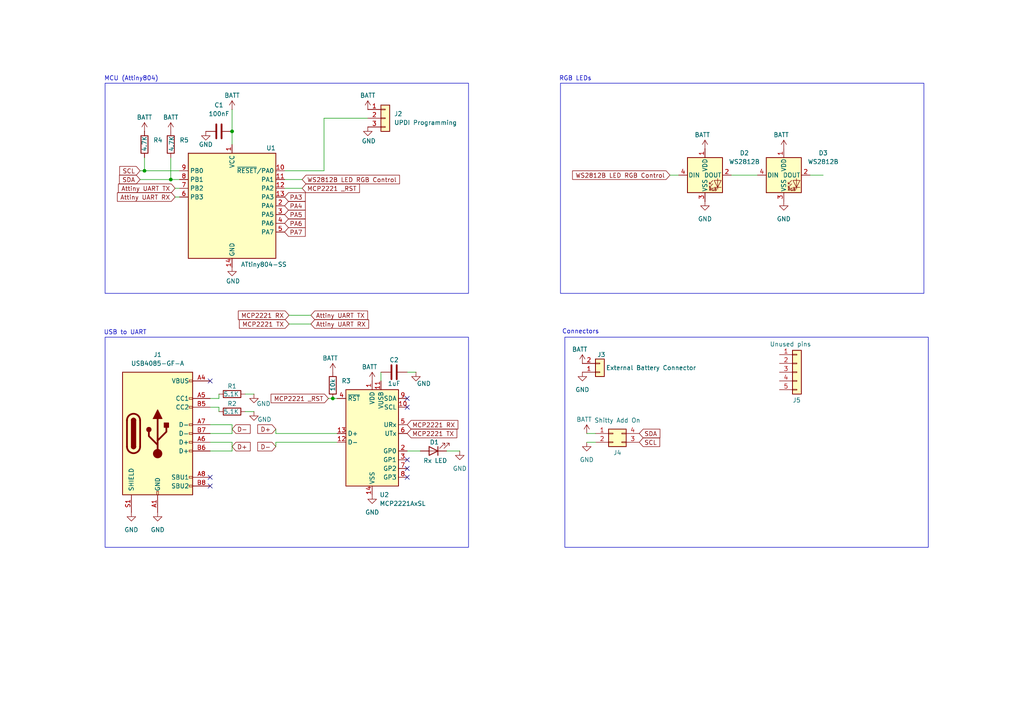
<source format=kicad_sch>
(kicad_sch (version 20250114) (generator "eeschema") (generator_version "9.0")
  (paper "A4")
  (title_block (title "Imponator, Main PCB") (date "2025-10-05") (rev "1") (company "Hackeriet") (comment 1 "Designed by: Sigurd Hellesvik"))
  (lib_symbols
    (symbol "Connector:USB_C_Receptacle_USB2.0_16P" (pin_names (offset 1.016))
      (property "Reference" "J" (at 0 22.225 0))
      (property "Value" "USB_C_Receptacle_USB2.0_16P" (at 0 19.685 0))
      (symbol "USB_C_Receptacle_USB2.0_16P_0_0"
        (rectangle (start -0.254 -17.78) (end 0.254 -16.764))
        (rectangle (start 10.16 15.494) (end 9.144 14.986))
        (rectangle (start 10.16 10.414) (end 9.144 9.906))
        (rectangle (start 10.16 7.874) (end 9.144 7.366))
        (rectangle (start 10.16 2.794) (end 9.144 2.286))
        (rectangle (start 10.16 0.254) (end 9.144 -0.254))
        (rectangle (start 10.16 -2.286) (end 9.144 -2.794))
        (rectangle (start 10.16 -4.826) (end 9.144 -5.334))
        (rectangle (start 10.16 -12.446) (end 9.144 -12.954))
        (rectangle (start 10.16 -14.986) (end 9.144 -15.494))
      )
      (symbol "USB_C_Receptacle_USB2.0_16P_0_1"
        (rectangle (start -10.16 17.78) (end 10.16 -17.78) (stroke (width 0.254)) (fill (type background)))
        (polyline (pts (xy -8.89 -3.81) (xy -8.89 3.81)) (stroke (width 0.508)))
        (rectangle (start -7.62 -3.81) (end -6.35 3.81) (stroke (width 0.254)) (fill (type outline)))
        (arc (start -7.62 3.81) (mid -6.985 4.4423) (end -6.35 3.81) (stroke (width 0.254)))
        (arc (start -7.62 3.81) (mid -6.985 4.4423) (end -6.35 3.81) (stroke (width 0.254)) (fill (type outline)))
        (arc (start -8.89 3.81) (mid -6.985 5.7067) (end -5.08 3.81) (stroke (width 0.508)))
        (arc (start -5.08 -3.81) (mid -6.985 -5.7067) (end -8.89 -3.81) (stroke (width 0.508)))
        (arc (start -6.35 -3.81) (mid -6.985 -4.4423) (end -7.62 -3.81) (stroke (width 0.254)))
        (arc (start -6.35 -3.81) (mid -6.985 -4.4423) (end -7.62 -3.81) (stroke (width 0.254)) (fill (type outline)))
        (polyline (pts (xy -5.08 3.81) (xy -5.08 -3.81)) (stroke (width 0.508)))
        (circle (center -2.54 1.143) (radius 0.635) (stroke (width 0.254)) (fill (type outline)))
        (polyline (pts (xy -1.27 4.318) (xy 0 6.858) (xy 1.27 4.318) (xy -1.27 4.318)) (stroke (width 0.254)) (fill (type outline)))
        (polyline (pts (xy 0 -2.032) (xy 2.54 0.508) (xy 2.54 1.778)) (stroke (width 0.508)))
        (polyline (pts (xy 0 -3.302) (xy -2.54 -0.762) (xy -2.54 0.508)) (stroke (width 0.508)))
        (polyline (pts (xy 0 -5.842) (xy 0 4.318)) (stroke (width 0.508)))
        (circle (center 0 -5.842) (radius 1.27) (fill (type outline)))
        (rectangle (start 1.905 1.778) (end 3.175 3.048) (stroke (width 0.254)) (fill (type outline)))
      )
      (symbol "USB_C_Receptacle_USB2.0_16P_1_1"
        (pin passive line (at -7.62 -22.86 90) (length 5.08) (name "SHIELD") (number "S1"))
        (pin passive line (at 0 -22.86 90) (length 5.08) (name "GND") (number "A1"))
        (pin passive line (at 0 -22.86 90) (length 5.08) (hide yes) (name "GND") (number "A12"))
        (pin passive line (at 0 -22.86 90) (length 5.08) (hide yes) (name "GND") (number "B1"))
        (pin passive line (at 0 -22.86 90) (length 5.08) (hide yes) (name "GND") (number "B12"))
        (pin passive line (at 15.24 15.24 180) (length 5.08) (name "VBUS") (number "A4"))
        (pin passive line (at 15.24 15.24 180) (length 5.08) (hide yes) (name "VBUS") (number "A9"))
        (pin passive line (at 15.24 15.24 180) (length 5.08) (hide yes) (name "VBUS") (number "B4"))
        (pin passive line (at 15.24 15.24 180) (length 5.08) (hide yes) (name "VBUS") (number "B9"))
        (pin bidirectional line (at 15.24 10.16 180) (length 5.08) (name "CC1") (number "A5"))
        (pin bidirectional line (at 15.24 7.62 180) (length 5.08) (name "CC2") (number "B5"))
        (pin bidirectional line (at 15.24 2.54 180) (length 5.08) (name "D-") (number "A7"))
        (pin bidirectional line (at 15.24 0 180) (length 5.08) (name "D-") (number "B7"))
        (pin bidirectional line (at 15.24 -2.54 180) (length 5.08) (name "D+") (number "A6"))
        (pin bidirectional line (at 15.24 -5.08 180) (length 5.08) (name "D+") (number "B6"))
        (pin bidirectional line (at 15.24 -12.7 180) (length 5.08) (name "SBU1") (number "A8"))
        (pin bidirectional line (at 15.24 -15.24 180) (length 5.08) (name "SBU2") (number "B8"))
      )
    )
    (symbol "Connector_Generic:Conn_01x02" (pin_names (offset 1.016) (hide yes))
      (property "Reference" "J" (at 0 2.54 0))
      (property "Value" "Conn_01x02" (at 0 -5.08 0))
      (symbol "Conn_01x02_1_1"
        (rectangle (start -1.27 1.27) (end 1.27 -3.81) (stroke (width 0.254)) (fill (type background)))
        (rectangle (start -1.27 0.127) (end 0 -0.127) (stroke (width 0.1524)))
        (rectangle (start -1.27 -2.413) (end 0 -2.667) (stroke (width 0.1524)))
        (pin passive line (at -5.08 0 0) (length 3.81) (name "Pin_1") (number "1"))
        (pin passive line (at -5.08 -2.54 0) (length 3.81) (name "Pin_2") (number "2"))
      )
    )
    (symbol "Connector_Generic:Conn_01x03" (pin_names (offset 1.016) (hide yes))
      (property "Reference" "J" (at 0 5.08 0))
      (property "Value" "Conn_01x03" (at 0 -5.08 0))
      (symbol "Conn_01x03_1_1"
        (rectangle (start -1.27 3.81) (end 1.27 -3.81) (stroke (width 0.254)) (fill (type background)))
        (rectangle (start -1.27 2.667) (end 0 2.413) (stroke (width 0.1524)))
        (rectangle (start -1.27 0.127) (end 0 -0.127) (stroke (width 0.1524)))
        (rectangle (start -1.27 -2.413) (end 0 -2.667) (stroke (width 0.1524)))
        (pin passive line (at -5.08 2.54 0) (length 3.81) (name "Pin_1") (number "1"))
        (pin passive line (at -5.08 0 0) (length 3.81) (name "Pin_2") (number "2"))
        (pin passive line (at -5.08 -2.54 0) (length 3.81) (name "Pin_3") (number "3"))
      )
    )
    (symbol "Connector_Generic:Conn_01x05" (pin_names (offset 1.016) (hide yes))
      (property "Reference" "J" (at 0 7.62 0))
      (property "Value" "Conn_01x05" (at 0 -7.62 0))
      (symbol "Conn_01x05_1_1"
        (rectangle (start -1.27 6.35) (end 1.27 -6.35) (stroke (width 0.254)) (fill (type background)))
        (rectangle (start -1.27 5.207) (end 0 4.953) (stroke (width 0.1524)))
        (rectangle (start -1.27 2.667) (end 0 2.413) (stroke (width 0.1524)))
        (rectangle (start -1.27 0.127) (end 0 -0.127) (stroke (width 0.1524)))
        (rectangle (start -1.27 -2.413) (end 0 -2.667) (stroke (width 0.1524)))
        (rectangle (start -1.27 -4.953) (end 0 -5.207) (stroke (width 0.1524)))
        (pin passive line (at -5.08 5.08 0) (length 3.81) (name "Pin_1") (number "1"))
        (pin passive line (at -5.08 2.54 0) (length 3.81) (name "Pin_2") (number "2"))
        (pin passive line (at -5.08 0 0) (length 3.81) (name "Pin_3") (number "3"))
        (pin passive line (at -5.08 -2.54 0) (length 3.81) (name "Pin_4") (number "4"))
        (pin passive line (at -5.08 -5.08 0) (length 3.81) (name "Pin_5") (number "5"))
      )
    )
    (symbol "Connector_Generic:Conn_02x02_Counter_Clockwise" (pin_names (offset 1.016) (hide yes))
      (property "Reference" "J" (at 1.27 2.54 0))
      (property "Value" "Conn_02x02_Counter_Clockwise" (at 1.27 -5.08 0))
      (symbol "Conn_02x02_Counter_Clockwise_1_1"
        (rectangle (start -1.27 1.27) (end 3.81 -3.81) (stroke (width 0.254)) (fill (type background)))
        (rectangle (start -1.27 0.127) (end 0 -0.127) (stroke (width 0.1524)))
        (rectangle (start -1.27 -2.413) (end 0 -2.667) (stroke (width 0.1524)))
        (rectangle (start 3.81 0.127) (end 2.54 -0.127) (stroke (width 0.1524)))
        (rectangle (start 3.81 -2.413) (end 2.54 -2.667) (stroke (width 0.1524)))
        (pin passive line (at -5.08 0 0) (length 3.81) (name "Pin_1") (number "1"))
        (pin passive line (at -5.08 -2.54 0) (length 3.81) (name "Pin_2") (number "2"))
        (pin passive line (at 7.62 0 180) (length 3.81) (name "Pin_4") (number "4"))
        (pin passive line (at 7.62 -2.54 180) (length 3.81) (name "Pin_3") (number "3"))
      )
    )
    (symbol "Device:C" (pin_numbers (hide yes)) (pin_names (offset 0.254))
      (property "Reference" "C" (at 0.635 2.54 0))
      (property "Value" "C" (at 0.635 -2.54 0))
      (symbol "C_0_1"
        (polyline (pts (xy -2.032 0.762) (xy 2.032 0.762)) (stroke (width 0.508)))
        (polyline (pts (xy -2.032 -0.762) (xy 2.032 -0.762)) (stroke (width 0.508)))
      )
      (symbol "C_1_1"
        (pin passive line (at 0 3.81 270) (length 2.794) (name "~") (number "1"))
        (pin passive line (at 0 -3.81 90) (length 2.794) (name "~") (number "2"))
      )
    )
    (symbol "Device:LED" (pin_numbers (hide yes)) (pin_names (offset 1.016) (hide yes))
      (property "Reference" "D" (at 0 2.54 0))
      (property "Value" "LED" (at 0 -2.54 0))
      (symbol "LED_0_1"
        (polyline (pts (xy -3.048 -0.762) (xy -4.572 -2.286) (xy -3.81 -2.286) (xy -4.572 -2.286) (xy -4.572 -1.524)))
        (polyline (pts (xy -1.778 -0.762) (xy -3.302 -2.286) (xy -2.54 -2.286) (xy -3.302 -2.286) (xy -3.302 -1.524)))
        (polyline (pts (xy -1.27 0) (xy 1.27 0)))
        (polyline (pts (xy -1.27 -1.27) (xy -1.27 1.27)) (stroke (width 0.254)))
        (polyline (pts (xy 1.27 -1.27) (xy 1.27 1.27) (xy -1.27 0) (xy 1.27 -1.27)) (stroke (width 0.254)))
      )
      (symbol "LED_1_1"
        (pin passive line (at -3.81 0 0) (length 2.54) (name "K") (number "1"))
        (pin passive line (at 3.81 0 180) (length 2.54) (name "A") (number "2"))
      )
    )
    (symbol "Device:R" (pin_numbers (hide yes)) (pin_names (offset 0))
      (property "Reference" "R" (at 2.032 0 90))
      (property "Value" "R" (at 0 0 90))
      (symbol "R_0_1"
        (rectangle (start -1.016 -2.54) (end 1.016 2.54) (stroke (width 0.254)))
      )
      (symbol "R_1_1"
        (pin passive line (at 0 3.81 270) (length 1.27) (name "~") (number "1"))
        (pin passive line (at 0 -3.81 90) (length 1.27) (name "~") (number "2"))
      )
    )
    (symbol "Interface_USB:MCP2221AxSL"
      (property "Reference" "U" (at -7.62 16.51 0))
      (property "Value" "MCP2221AxSL" (at 12.7 16.51 0))
      (symbol "MCP2221AxSL_0_1"
        (rectangle (start -7.62 15.24) (end 7.62 -12.7) (stroke (width 0.254)) (fill (type background)))
      )
      (symbol "MCP2221AxSL_1_1"
        (pin input line (at -10.16 12.7 0) (length 2.54) (name "~{RST}") (number "4"))
        (pin bidirectional line (at -10.16 2.54 0) (length 2.54) (name "D+") (number "13"))
        (pin bidirectional line (at -10.16 0 0) (length 2.54) (name "D-") (number "12"))
        (pin power_in line (at 0 17.78 270) (length 2.54) (name "VDD") (number "1"))
        (pin power_in line (at 0 -15.24 90) (length 2.54) (name "VSS") (number "14"))
        (pin passive line (at 2.54 17.78 270) (length 2.54) (name "VUSB") (number "11"))
        (pin bidirectional line (at 10.16 12.7 180) (length 2.54) (name "SDA") (number "9"))
        (pin bidirectional line (at 10.16 10.16 180) (length 2.54) (name "SCL") (number "10"))
        (pin input line (at 10.16 5.08 180) (length 2.54) (name "URx") (number "5"))
        (pin output line (at 10.16 2.54 180) (length 2.54) (name "UTx") (number "6"))
        (pin bidirectional line (at 10.16 -2.54 180) (length 2.54) (name "GP0") (number "2"))
        (pin bidirectional line (at 10.16 -5.08 180) (length 2.54) (name "GP1") (number "3"))
        (pin bidirectional line (at 10.16 -7.62 180) (length 2.54) (name "GP2") (number "7"))
        (pin bidirectional line (at 10.16 -10.16 180) (length 2.54) (name "GP3") (number "8"))
      )
    )
    (symbol "LED:WS2812B" (pin_names (offset 0.254))
      (property "Reference" "D" (at 5.08 5.715 0))
      (property "Value" "WS2812B" (at 1.27 -5.715 0))
      (symbol "WS2812B_0_0"
        (text "RGB" (at 2.286 -4.191 0) (effects (font (size 0.762 0.762))))
      )
      (symbol "WS2812B_0_1"
        (polyline (pts (xy 1.27 -2.54) (xy 1.778 -2.54)))
        (polyline (pts (xy 1.27 -3.556) (xy 1.778 -3.556)))
        (polyline (pts (xy 2.286 -1.524) (xy 1.27 -2.54) (xy 1.27 -2.032)))
        (polyline (pts (xy 2.286 -2.54) (xy 1.27 -3.556) (xy 1.27 -3.048)))
        (polyline (pts (xy 3.683 -1.016) (xy 3.683 -3.556) (xy 3.683 -4.064)))
        (polyline (pts (xy 4.699 -1.524) (xy 2.667 -1.524) (xy 3.683 -3.556) (xy 4.699 -1.524)))
        (polyline (pts (xy 4.699 -3.556) (xy 2.667 -3.556)))
        (rectangle (start 5.08 5.08) (end -5.08 -5.08) (stroke (width 0.254)) (fill (type background)))
      )
      (symbol "WS2812B_1_1"
        (pin input line (at -7.62 0 0) (length 2.54) (name "DIN") (number "4"))
        (pin power_in line (at 0 7.62 270) (length 2.54) (name "VDD") (number "1"))
        (pin power_in line (at 0 -7.62 90) (length 2.54) (name "VSS") (number "3"))
        (pin output line (at 7.62 0 180) (length 2.54) (name "DOUT") (number "2"))
      )
    )
    (symbol "MCU_Microchip_ATtiny:ATtiny804-SS"
      (property "Reference" "U" (at -12.7 16.51 0))
      (property "Value" "ATtiny804-SS" (at 2.54 -16.51 0))
      (symbol "ATtiny804-SS_0_1"
        (rectangle (start -12.7 -15.24) (end 12.7 15.24) (stroke (width 0.254)) (fill (type background)))
      )
      (symbol "ATtiny804-SS_1_1"
        (pin bidirectional line (at -15.24 10.16 0) (length 2.54) (name "PB0") (number "9"))
        (pin bidirectional line (at -15.24 7.62 0) (length 2.54) (name "PB1") (number "8"))
        (pin bidirectional line (at -15.24 5.08 0) (length 2.54) (name "PB2") (number "7"))
        (pin bidirectional line (at -15.24 2.54 0) (length 2.54) (name "PB3") (number "6"))
        (pin power_in line (at 0 17.78 270) (length 2.54) (name "VCC") (number "1"))
        (pin power_in line (at 0 -17.78 90) (length 2.54) (name "GND") (number "14"))
        (pin bidirectional line (at 15.24 10.16 180) (length 2.54) (name "~{RESET}/PA0") (number "10"))
        (pin bidirectional line (at 15.24 7.62 180) (length 2.54) (name "PA1") (number "11"))
        (pin bidirectional line (at 15.24 5.08 180) (length 2.54) (name "PA2") (number "12"))
        (pin bidirectional line (at 15.24 2.54 180) (length 2.54) (name "PA3") (number "13"))
        (pin bidirectional line (at 15.24 0 180) (length 2.54) (name "PA4") (number "2"))
        (pin bidirectional line (at 15.24 -2.54 180) (length 2.54) (name "PA5") (number "3"))
        (pin bidirectional line (at 15.24 -5.08 180) (length 2.54) (name "PA6") (number "4"))
        (pin bidirectional line (at 15.24 -7.62 180) (length 2.54) (name "PA7") (number "5"))
      )
    )
    (symbol "power:+3.3V" (power) (pin_numbers (hide yes)) (pin_names (offset 0) (hide yes))
      (property "Value" "+3.3V" (at 0 3.556 0))
      (symbol "+3.3V_0_1"
        (polyline (pts (xy -0.762 1.27) (xy 0 2.54)))
        (polyline (pts (xy 0 2.54) (xy 0.762 1.27)))
        (polyline (pts (xy 0 0) (xy 0 2.54)))
      )
      (symbol "+3.3V_1_1"
        (pin power_in line (at 0 0 90) (length 0) (name "~") (number "1"))
      )
    )
    (symbol "power:GND" (power) (pin_numbers (hide yes)) (pin_names (offset 0) (hide yes))
      (property "Value" "GND" (at 0 -3.81 0))
      (symbol "GND_0_1"
        (polyline (pts (xy 0 0) (xy 0 -1.27) (xy 1.27 -1.27) (xy 0 -2.54) (xy -1.27 -1.27) (xy 0 -1.27)))
      )
      (symbol "GND_1_1"
        (pin power_in line (at 0 0 270) (length 0) (name "~") (number "1"))
      )
    )
  )
  (rectangle (start 163.83 97.79) (end 269.24 158.75))
  (rectangle (start 162.56 24.13) (end 267.97 85.09))
  (rectangle (start 30.48 24.13) (end 135.89 85.09))
  (rectangle (start 30.48 97.79) (end 135.89 158.75))
  (text "RGB LEDs" (at 166.878 22.86 0) (effects (font (size 1.27 1.27))))
  (text "USB to UART" (at 36.322 96.52 0) (effects (font (size 1.27 1.27))))
  (text "Connectors\n" (at 168.402 96.266 0) (effects (font (size 1.27 1.27))))
  (text "MCU (Attiny804)\n" (at 38.1 22.86 0) (effects (font (size 1.27 1.27))))
  (junction (at 49.53 52.07))
  (junction (at 96.52 115.57))
  (junction (at 67.31 38.1))
  (junction (at 41.91 49.53))
  (no_connect (at 118.11 133.35))
  (no_connect (at 60.96 140.97))
  (no_connect (at 118.11 138.43))
  (no_connect (at 118.11 118.11))
  (no_connect (at 60.96 110.49))
  (no_connect (at 60.96 138.43))
  (no_connect (at 118.11 115.57))
  (no_connect (at 118.11 135.89))
  (wire (pts (xy 238.76 50.8) (xy 234.95 50.8)))
  (wire (pts (xy 71.12 114.3) (xy 73.66 114.3)))
  (wire (pts (xy 80.01 129.54) (xy 80.01 128.27)))
  (wire (pts (xy 82.55 49.53) (xy 93.98 49.53)))
  (wire (pts (xy 97.79 125.73) (xy 80.01 125.73)))
  (wire (pts (xy 194.31 50.8) (xy 196.85 50.8)))
  (wire (pts (xy 67.31 128.27) (xy 67.31 130.81)))
  (wire (pts (xy 83.82 91.44) (xy 90.17 91.44)))
  (wire (pts (xy 87.63 52.07) (xy 82.55 52.07)))
  (wire (pts (xy 96.52 115.57) (xy 97.79 115.57)))
  (wire (pts (xy 60.96 123.19) (xy 67.31 123.19)))
  (wire (pts (xy 71.12 119.38) (xy 73.66 119.38)))
  (wire (pts (xy 67.31 31.75) (xy 67.31 38.1)))
  (wire (pts (xy 41.91 49.53) (xy 52.07 49.53)))
  (wire (pts (xy 50.8 54.61) (xy 52.07 54.61)))
  (wire (pts (xy 80.01 125.73) (xy 80.01 124.46)))
  (wire (pts (xy 41.91 45.72) (xy 41.91 49.53)))
  (wire (pts (xy 60.96 118.11) (xy 63.5 118.11)))
  (wire (pts (xy 60.96 130.81) (xy 67.31 130.81)))
  (wire (pts (xy 129.54 130.81) (xy 133.35 130.81)))
  (wire (pts (xy 118.11 130.81) (xy 121.92 130.81)))
  (wire (pts (xy 63.5 115.57) (xy 63.5 114.3)))
  (wire (pts (xy 67.31 123.19) (xy 67.31 125.73)))
  (wire (pts (xy 87.63 54.61) (xy 82.55 54.61)))
  (wire (pts (xy 63.5 118.11) (xy 63.5 119.38)))
  (wire (pts (xy 60.96 125.73) (xy 67.31 125.73)))
  (wire (pts (xy 118.11 107.95) (xy 120.65 107.95)))
  (wire (pts (xy 67.31 38.1) (xy 67.31 41.91)))
  (wire (pts (xy 170.18 128.27) (xy 172.72 128.27)))
  (wire (pts (xy 93.98 49.53) (xy 93.98 34.29)))
  (wire (pts (xy 212.09 50.8) (xy 219.71 50.8)))
  (wire (pts (xy 93.98 34.29) (xy 106.68 34.29)))
  (wire (pts (xy 60.96 128.27) (xy 67.31 128.27)))
  (wire (pts (xy 170.18 125.73) (xy 172.72 125.73)))
  (wire (pts (xy 50.8 57.15) (xy 52.07 57.15)))
  (wire (pts (xy 40.64 49.53) (xy 41.91 49.53)))
  (wire (pts (xy 83.82 93.98) (xy 90.17 93.98)))
  (wire (pts (xy 80.01 128.27) (xy 97.79 128.27)))
  (wire (pts (xy 49.53 45.72) (xy 49.53 52.07)))
  (wire (pts (xy 49.53 52.07) (xy 52.07 52.07)))
  (wire (pts (xy 95.25 115.57) (xy 96.52 115.57)))
  (wire (pts (xy 110.49 107.95) (xy 110.49 110.49)))
  (wire (pts (xy 60.96 115.57) (xy 63.5 115.57)))
  (wire (pts (xy 40.64 52.07) (xy 49.53 52.07)))
  (global_label "D+" (shape input) (at 80.01 124.46 180) (property "Intersheetrefs" "${INTERSHEET_REFS}" (effects (hide yes))))
  (global_label "MCP2221 _RST" (shape input) (at 87.63 54.61 0) (property "Intersheetrefs" "${INTERSHEET_REFS}" (effects (hide yes))))
  (global_label "SCL" (shape input) (at 40.64 49.53 180) (property "Intersheetrefs" "${INTERSHEET_REFS}" (effects (hide yes))))
  (global_label "PA6" (shape input) (at 82.55 64.77 0) (property "Intersheetrefs" "${INTERSHEET_REFS}" (effects (hide yes))))
  (global_label "Attiny UART RX" (shape input) (at 90.17 93.98 0) (property "Intersheetrefs" "${INTERSHEET_REFS}" (effects (hide yes))))
  (global_label "Attiny UART RX" (shape input) (at 50.8 57.15 180) (property "Intersheetrefs" "${INTERSHEET_REFS}" (effects (hide yes))))
  (global_label "D-" (shape input) (at 67.31 124.46 0) (property "Intersheetrefs" "${INTERSHEET_REFS}" (effects (hide yes))))
  (global_label "PA5" (shape input) (at 82.55 62.23 0) (property "Intersheetrefs" "${INTERSHEET_REFS}" (effects (hide yes))))
  (global_label "WS2812B LED RGB Control" (shape input) (at 87.63 52.07 0) (property "Intersheetrefs" "${INTERSHEET_REFS}" (effects (hide yes))))
  (global_label "D+" (shape input) (at 67.31 129.54 0) (property "Intersheetrefs" "${INTERSHEET_REFS}" (effects (hide yes))))
  (global_label "MCP2221 RX" (shape input) (at 83.82 91.44 180) (property "Intersheetrefs" "${INTERSHEET_REFS}" (effects (hide yes))))
  (global_label "SDA" (shape input) (at 40.64 52.07 180) (property "Intersheetrefs" "${INTERSHEET_REFS}" (effects (hide yes))))
  (global_label "MCP2221 TX" (shape input) (at 118.11 125.73 0) (property "Intersheetrefs" "${INTERSHEET_REFS}" (effects (hide yes))))
  (global_label "MCP2221 _RST" (shape input) (at 95.25 115.57 180) (property "Intersheetrefs" "${INTERSHEET_REFS}" (effects (hide yes))))
  (global_label "D-" (shape input) (at 80.01 129.54 180) (property "Intersheetrefs" "${INTERSHEET_REFS}" (effects (hide yes))))
  (global_label "PA4" (shape input) (at 82.55 59.69 0) (property "Intersheetrefs" "${INTERSHEET_REFS}" (effects (hide yes))))
  (global_label "MCP2221 TX" (shape input) (at 83.82 93.98 180) (property "Intersheetrefs" "${INTERSHEET_REFS}" (effects (hide yes))))
  (global_label "SDA" (shape input) (at 185.42 125.73 0) (property "Intersheetrefs" "${INTERSHEET_REFS}" (effects (hide yes))))
  (global_label "Attiny UART TX" (shape input) (at 90.17 91.44 0) (property "Intersheetrefs" "${INTERSHEET_REFS}" (effects (hide yes))))
  (global_label "PA7" (shape input) (at 82.55 67.31 0) (property "Intersheetrefs" "${INTERSHEET_REFS}" (effects (hide yes))))
  (global_label "PA3" (shape input) (at 82.55 57.15 0) (property "Intersheetrefs" "${INTERSHEET_REFS}" (effects (hide yes))))
  (global_label "Attiny UART TX" (shape input) (at 50.8 54.61 180) (property "Intersheetrefs" "${INTERSHEET_REFS}" (effects (hide yes))))
  (global_label "MCP2221 RX" (shape input) (at 118.11 123.19 0) (property "Intersheetrefs" "${INTERSHEET_REFS}" (effects (hide yes))))
  (global_label "WS2812B LED RGB Control" (shape input) (at 194.31 50.8 180) (property "Intersheetrefs" "${INTERSHEET_REFS}" (effects (hide yes))))
  (global_label "SCL" (shape input) (at 185.42 128.27 0) (property "Intersheetrefs" "${INTERSHEET_REFS}" (effects (hide yes))))
  (symbol (lib_id "LED:WS2812B") (at 204.47 50.8 0) (unit 1)
    (property "Reference" "D2" (at 215.9 44.3798 0))
    (property "Value" "WS2812B" (at 215.9 46.9198 0))
    (property "Footprint" "LED_SMD:LED_WS2812B_PLCC4_5.0x5.0mm_P3.2mm" (effects (hide yes)))
    (property "Datasheet" "https://cdn-shop.adafruit.com/datasheets/WS2812B.pdf" (effects (hide yes)))
    (property "Description" "RGB LED with integrated controller" (effects (hide yes)))
  )
  (symbol (lib_id "Device:R") (at 41.91 41.91 0) (unit 1)
    (property "Reference" "R4" (at 44.45 40.6399 0) (effects (justify left)))
    (property "Value" "4.7K" (at 41.91 43.942 90) (effects (justify left)))
    (property "Footprint" "Resistor_SMD:R_0603_1608Metric_Pad0.98x0.95mm_HandSolder" (effects (hide yes)))
    (property "Description" "Resistor" (effects (hide yes)))
  )
  (symbol (lib_id "Device:R") (at 96.52 111.76 0) (unit 1)
    (property "Reference" "R3" (at 99.06 110.4899 0) (effects (justify left)))
    (property "Value" "10k" (at 96.52 113.538 90) (effects (justify left)))
    (property "Footprint" "Resistor_SMD:R_0603_1608Metric_Pad0.98x0.95mm_HandSolder" (effects (hide yes)))
    (property "Description" "Resistor" (effects (hide yes)))
  )
  (symbol (lib_id "power:GND") (at 67.31 77.47 0) (unit 1)
    (property "Reference" "#PWR05" (effects (hide yes)))
    (property "Value" "GND" (at 65.532 81.534 0) (effects (justify left)))
    (property "Description" "Power symbol creates a global label with name \"GND\" , ground" (effects (hide yes)))
  )
  (symbol (lib_id "power:GND") (at 170.18 128.27 0) (unit 1)
    (property "Reference" "#PWR023" (effects (hide yes)))
    (property "Value" "GND" (at 170.18 133.35 0))
    (property "Description" "Power symbol creates a global label with name \"GND\" , ground" (effects (hide yes)))
  )
  (symbol (lib_id "power:+3.3V") (at 106.68 31.75 0) (unit 1)
    (property "Reference" "#PWR09" (effects (hide yes)))
    (property "Value" "BATT" (at 106.68 27.686 0))
    (property "Description" "Power symbol creates a global label with name \"+3.3V\"" (effects (hide yes)))
  )
  (symbol (lib_id "power:GND") (at 227.33 58.42 0) (unit 1)
    (property "Reference" "#PWR025" (effects (hide yes)))
    (property "Value" "GND" (at 227.33 63.5 0))
    (property "Description" "Power symbol creates a global label with name \"GND\" , ground" (effects (hide yes)))
  )
  (symbol (lib_id "power:GND") (at 133.35 130.81 0) (unit 1)
    (property "Reference" "#PWR014" (effects (hide yes)))
    (property "Value" "GND" (at 133.35 135.89 0))
    (property "Description" "Power symbol creates a global label with name \"GND\" , ground" (effects (hide yes)))
  )
  (symbol (lib_id "power:GND") (at 73.66 119.38 0) (unit 1)
    (property "Reference" "#PWR07" (effects (hide yes)))
    (property "Value" "GND" (at 76.708 121.666 0))
    (property "Description" "Power symbol creates a global label with name \"GND\" , ground" (effects (hide yes)))
  )
  (symbol (lib_id "Device:R") (at 67.31 114.3 90) (unit 1)
    (property "Reference" "R1" (at 67.31 112.014 90))
    (property "Value" "5.1K" (at 67.056 114.3 90))
    (property "Footprint" "Resistor_SMD:R_0603_1608Metric_Pad0.98x0.95mm_HandSolder" (effects (hide yes)))
    (property "Description" "Resistor" (effects (hide yes)))
  )
  (symbol (lib_id "power:GND") (at 73.66 114.3 0) (unit 1)
    (property "Reference" "#PWR06" (effects (hide yes)))
    (property "Value" "GND" (at 76.454 117.094 0))
    (property "Description" "Power symbol creates a global label with name \"GND\" , ground" (effects (hide yes)))
  )
  (symbol (lib_id "power:GND") (at 38.1 148.59 0) (unit 1)
    (property "Reference" "#PWR01" (effects (hide yes)))
    (property "Value" "GND" (at 38.1 153.67 0))
    (property "Description" "Power symbol creates a global label with name \"GND\" , ground" (effects (hide yes)))
  )
  (symbol (lib_id "Connector_Generic:Conn_01x02") (at 173.99 107.95 0) (mirror x) (unit 1)
    (property "Reference" "J3" (at 173.228 102.87 0) (effects (justify left)))
    (property "Value" "External Battery Connector" (at 175.768 106.68 0) (effects (justify left)))
    (property "Footprint" "Connector_PinHeader_2.54mm:PinHeader_1x02_P2.54mm_Vertical" (effects (hide yes)))
    (property "Description" "Generic connector, single row, 01x02, script generated (kicad-library-utils/schlib/autogen/connector/)" (effects (hide yes)))
  )
  (symbol (lib_id "Device:R") (at 49.53 41.91 0) (unit 1)
    (property "Reference" "R5" (at 52.07 40.6399 0) (effects (justify left)))
    (property "Value" "4.7K" (at 49.784 43.942 90) (effects (justify left)))
    (property "Footprint" "Resistor_SMD:R_0603_1608Metric_Pad0.98x0.95mm_HandSolder" (effects (hide yes)))
    (property "Description" "Resistor" (effects (hide yes)))
  )
  (symbol (lib_id "power:+3.3V") (at 227.33 43.18 0) (unit 1)
    (property "Reference" "#PWR024" (effects (hide yes)))
    (property "Value" "BATT" (at 226.568 39.116 0))
    (property "Description" "Power symbol creates a global label with name \"+3.3V\"" (effects (hide yes)))
  )
  (symbol (lib_id "Device:C") (at 114.3 107.95 90) (unit 1)
    (property "Reference" "C2" (at 114.3 104.394 90))
    (property "Value" "1uF" (at 114.3 111.252 90))
    (property "Footprint" "Capacitor_SMD:C_0603_1608Metric_Pad1.08x0.95mm_HandSolder" (effects (hide yes)))
    (property "Description" "Unpolarized capacitor" (effects (hide yes)))
  )
  (symbol (lib_id "power:GND") (at 107.95 143.51 0) (unit 1)
    (property "Reference" "#PWR012" (effects (hide yes)))
    (property "Value" "GND" (at 107.95 148.59 0))
    (property "Description" "Power symbol creates a global label with name \"GND\" , ground" (effects (hide yes)))
  )
  (symbol (lib_id "Connector_Generic:Conn_01x05") (at 231.14 107.95 0) (unit 1)
    (property "Reference" "J5" (at 229.87 116.078 0) (effects (justify left)))
    (property "Value" "Unused pins" (at 223.266 99.822 0) (effects (justify left)))
    (property "Footprint" "Connector_PinSocket_2.54mm:PinSocket_1x05_P2.54mm_Vertical_SMD_Pin1Left" (effects (hide yes)))
    (property "Description" "Generic connector, single row, 01x05, script generated (kicad-library-utils/schlib/autogen/connector/)" (effects (hide yes)))
  )
  (symbol (lib_id "power:GND") (at 59.69 38.1 0) (unit 1)
    (property "Reference" "#PWR03" (effects (hide yes)))
    (property "Value" "GND" (at 59.69 41.91 0))
    (property "Description" "Power symbol creates a global label with name \"GND\" , ground" (effects (hide yes)))
  )
  (symbol (lib_id "power:GND") (at 45.72 148.59 0) (unit 1)
    (property "Reference" "#PWR02" (effects (hide yes)))
    (property "Value" "GND" (at 45.72 153.67 0))
    (property "Description" "Power symbol creates a global label with name \"GND\" , ground" (effects (hide yes)))
  )
  (symbol (lib_id "power:+3.3V") (at 96.52 107.95 0) (unit 1)
    (property "Reference" "#PWR08" (effects (hide yes)))
    (property "Value" "BATT" (at 95.758 103.886 0))
    (property "Description" "Power symbol creates a global label with name \"+3.3V\"" (effects (hide yes)))
  )
  (symbol (lib_id "power:+3.3V") (at 41.91 38.1 0) (unit 1)
    (property "Reference" "#PWR039" (effects (hide yes)))
    (property "Value" "BATT" (at 41.91 34.036 0))
    (property "Description" "Power symbol creates a global label with name \"+3.3V\"" (effects (hide yes)))
  )
  (symbol (lib_id "power:GND") (at 204.47 58.42 0) (unit 1)
    (property "Reference" "#PWR021" (effects (hide yes)))
    (property "Value" "GND" (at 204.47 63.5 0))
    (property "Description" "Power symbol creates a global label with name \"GND\" , ground" (effects (hide yes)))
  )
  (symbol (lib_id "power:GND") (at 120.65 107.95 0) (mirror y) (unit 1)
    (property "Reference" "#PWR013" (effects (hide yes)))
    (property "Value" "GND" (at 122.936 111.252 0))
    (property "Description" "Power symbol creates a global label with name \"GND\" , ground" (effects (hide yes)))
  )
  (symbol (lib_id "LED:WS2812B") (at 227.33 50.8 0) (unit 1)
    (property "Reference" "D3" (at 238.76 44.3798 0))
    (property "Value" "WS2812B" (at 238.76 46.9198 0))
    (property "Footprint" "LED_SMD:LED_WS2812B_PLCC4_5.0x5.0mm_P3.2mm" (effects (hide yes)))
    (property "Datasheet" "https://cdn-shop.adafruit.com/datasheets/WS2812B.pdf" (effects (hide yes)))
    (property "Description" "RGB LED with integrated controller" (effects (hide yes)))
  )
  (symbol (lib_id "Connector:USB_C_Receptacle_USB2.0_16P") (at 45.72 125.73 0) (unit 1)
    (property "Reference" "J1" (at 45.72 102.87 0))
    (property "Value" "USB4085-GF-A" (at 45.72 105.41 0))
    (property "Footprint" "Connector_USB:USB_C_Receptacle_GCT_USB4085" (effects (hide yes)))
    (property "Datasheet" "https://www.usb.org/sites/default/files/documents/usb_type-c.zip" (effects (hide yes)))
    (property "Description" "USB 2.0-only 16P Type-C Receptacle connector" (effects (hide yes)))
  )
  (symbol (lib_id "power:+3.3V") (at 67.31 31.75 0) (unit 1)
    (property "Reference" "#PWR04" (effects (hide yes)))
    (property "Value" "BATT" (at 67.31 27.686 0))
    (property "Description" "Power symbol creates a global label with name \"+3.3V\"" (effects (hide yes)))
  )
  (symbol (lib_id "power:+3.3V") (at 107.95 110.49 0) (unit 1)
    (property "Reference" "#PWR011" (effects (hide yes)))
    (property "Value" "BATT" (at 107.188 106.426 0))
    (property "Description" "Power symbol creates a global label with name \"+3.3V\"" (effects (hide yes)))
  )
  (symbol (lib_id "MCU_Microchip_ATtiny:ATtiny804-SS") (at 67.31 59.69 0) (unit 1)
    (property "Reference" "U1" (at 77.216 42.926 0) (effects (justify left)))
    (property "Value" "ATtiny804-SS" (at 69.85 76.708 0) (effects (justify left)))
    (property "Footprint" "Package_SO:SOIC-14_3.9x8.7mm_P1.27mm" (effects (hide yes)))
    (property "Datasheet" "http://ww1.microchip.com/downloads/en/DeviceDoc/ATtiny804_1604-Data-Sheet-40002028A.pdf" (effects (hide yes)))
    (property "Description" "20MHz, 8kB Flash, 512B SRAM, 128B EEPROM, SOIC-14" (effects (hide yes)))
  )
  (symbol (lib_id "power:GND") (at 106.68 36.83 0) (unit 1)
    (property "Reference" "#PWR010" (effects (hide yes)))
    (property "Value" "GND" (at 104.902 40.894 0) (effects (justify left)))
    (property "Description" "Power symbol creates a global label with name \"GND\" , ground" (effects (hide yes)))
  )
  (symbol (lib_id "Device:R") (at 67.31 119.38 90) (unit 1)
    (property "Reference" "R2" (at 67.31 117.094 90))
    (property "Value" "5.1K" (at 67.056 119.38 90))
    (property "Footprint" "Resistor_SMD:R_0603_1608Metric_Pad0.98x0.95mm_HandSolder" (effects (hide yes)))
    (property "Description" "Resistor" (effects (hide yes)))
  )
  (symbol (lib_id "Interface_USB:MCP2221AxSL") (at 107.95 128.27 0) (unit 1)
    (property "Reference" "U2" (at 110.0933 143.51 0) (effects (justify left)))
    (property "Value" "MCP2221AxSL" (at 110.0933 146.05 0) (effects (justify left)))
    (property "Footprint" "Package_SO:SOIC-14_3.9x8.7mm_P1.27mm" (effects (hide yes)))
    (property "Datasheet" "http://ww1.microchip.com/downloads/en/DeviceDoc/20005565B.pdf" (effects (hide yes)))
    (property "Description" "USB to I2C/UART Protocol Converter with GPIO, SOIC-14" (effects (hide yes)))
  )
  (symbol (lib_id "power:GND") (at 168.91 107.95 0) (unit 1)
    (property "Reference" "#PWR016" (effects (hide yes)))
    (property "Value" "GND" (at 168.91 113.03 0))
    (property "Description" "Power symbol creates a global label with name \"GND\" , ground" (effects (hide yes)))
  )
  (symbol (lib_id "Device:C") (at 63.5 38.1 90) (unit 1)
    (property "Reference" "C1" (at 63.5 30.48 90))
    (property "Value" "100nF" (at 63.5 33.02 90))
    (property "Footprint" "Capacitor_SMD:C_0603_1608Metric_Pad1.08x0.95mm_HandSolder" (effects (hide yes)))
    (property "Description" "Unpolarized capacitor" (effects (hide yes)))
  )
  (symbol (lib_id "power:+3.3V") (at 49.53 38.1 0) (unit 1)
    (property "Reference" "#PWR040" (effects (hide yes)))
    (property "Value" "BATT" (at 49.53 34.036 0))
    (property "Description" "Power symbol creates a global label with name \"+3.3V\"" (effects (hide yes)))
  )
  (symbol (lib_id "Device:LED") (at 125.73 130.81 180) (unit 1)
    (property "Reference" "D1" (at 125.984 128.27 0))
    (property "Value" "Rx LED" (at 126.238 133.604 0))
    (property "Footprint" "LED_SMD:LED_0603_1608Metric_Pad1.05x0.95mm_HandSolder" (effects (hide yes)))
    (property "Description" "Light emitting diode" (effects (hide yes)))
    (property "Sim.Pins" "1=K 2=A" (effects (hide yes)))
  )
  (symbol (lib_id "power:+3.3V") (at 204.47 43.18 0) (unit 1)
    (property "Reference" "#PWR020" (effects (hide yes)))
    (property "Value" "BATT" (at 203.708 39.116 0))
    (property "Description" "Power symbol creates a global label with name \"+3.3V\"" (effects (hide yes)))
  )
  (symbol (lib_id "power:+3.3V") (at 170.18 125.73 0) (unit 1)
    (property "Reference" "#PWR022" (effects (hide yes)))
    (property "Value" "BATT" (at 169.418 121.666 0))
    (property "Description" "Power symbol creates a global label with name \"+3.3V\"" (effects (hide yes)))
  )
  (symbol (lib_id "Connector_Generic:Conn_01x03") (at 111.76 34.29 0) (unit 1)
    (property "Reference" "J2" (at 114.3 33.0199 0) (effects (justify left)))
    (property "Value" "UPDI Programming" (at 114.3 35.5599 0) (effects (justify left)))
    (property "Footprint" "Connector_PinHeader_2.54mm:PinHeader_1x03_P2.54mm_Horizontal" (effects (hide yes)))
    (property "Description" "Generic connector, single row, 01x03, script generated (kicad-library-utils/schlib/autogen/connector/)" (effects (hide yes)))
  )
  (symbol (lib_id "Connector_Generic:Conn_02x02_Counter_Clockwise") (at 177.8 125.73 0) (unit 1)
    (property "Reference" "J4" (at 179.07 131.318 0))
    (property "Value" "Shitty Add On" (at 179.07 121.92 0))
    (property "Footprint" "Connector_PinHeader_2.54mm:PinHeader_2x02_P2.54mm_Horizontal" (effects (hide yes)))
    (property "Description" "Generic connector, double row, 02x02, counter clockwise pin numbering scheme (similar to DIP package numbering), script generated (kicad-library-utils/schlib/autogen/connector/)" (effects (hide yes)))
  )
  (symbol (lib_id "power:+3.3V") (at 168.91 105.41 0) (unit 1)
    (property "Reference" "#PWR015" (effects (hide yes)))
    (property "Value" "BATT" (at 168.148 101.346 0))
    (property "Description" "Power symbol creates a global label with name \"+3.3V\"" (effects (hide yes)))
  )
)
</source>
